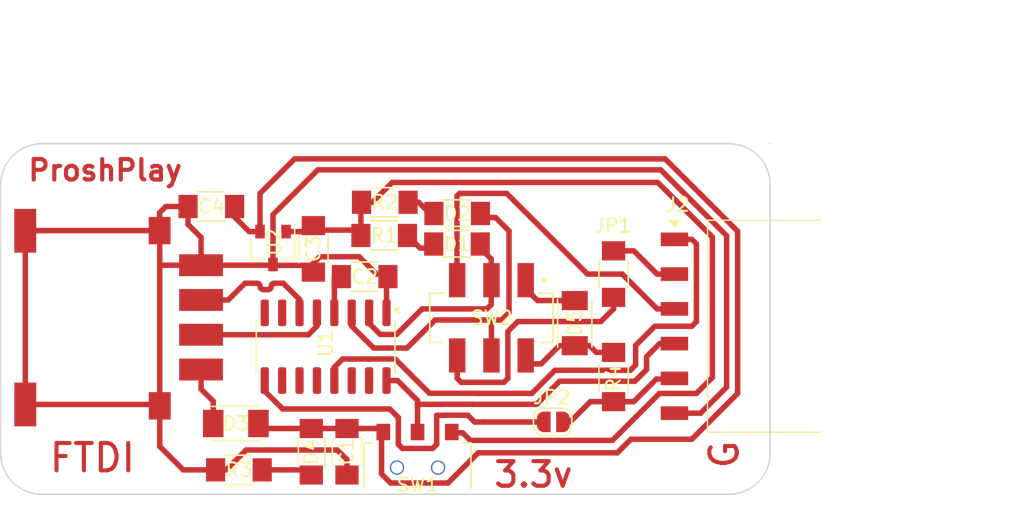
<source format=kicad_pcb>
(kicad_pcb (version 20241229) (generator "pcbnew") (generator_version "9.0")
  (layers (0 "F.Cu" signal) (2 "B.Cu" signal) (13 "F.Paste" user) (15 "B.Paste" user) (5 "F.SilkS" user "F.Silkscreen") (7 "B.SilkS" user "B.Silkscreen") (1 "F.Mask" user) (3 "B.Mask" user) (25 "Edge.Cuts" user))
  (net 0 "")
  (net 1 "+5V")
  (net 2 "GND")
  (net 3 "TX")
  (net 4 "Net-(D1-A)")
  (net 5 "Net-(D2-A)")
  (net 6 "RX")
  (net 7 "VBUS")
  (net 8 "DTR")
  (net 9 "CTS")
  (net 10 "VCC")
  (net 11 "+3V3")
  (net 15 "D+")
  (net 18 "D-")
  (net 21 "Net-(D4-K)")
  (net 22 "Net-(D5-A)")
  (net 23 "Net-(D5-K)")
  (net 24 "UPDI")
  (net 25 "T-RX")
  (net 26 "T-TX")
  (net 27 "Net-(U1-V3)")
  (net 28 "Net-(JP1-B)")
  (footprint "fab:PinSocket_1x06_P2.54mm_Horizontal_SMD" (layer "F.Cu") (at 161.354148 90.175605)
    (property "Reference" "J2" (at 1.19 -2.54 0) (layer "F.SilkS") (effects (justify right)))
    (property "Value" "Conn_PinSocket_FTDI_1x06_P2.54mm_Horizontal_SMD")
    (fp_line (start 2.413 -1.397) (end 2.413 14.097) (stroke (width 0.1)) (layer "F.SilkS"))
    (fp_line (start 2.413 14.097) (end 10.668 14.097) (stroke (width 0.1)) (layer "F.SilkS"))
    (fp_line (start 10.668 -1.397) (end 2.413 -1.397) (stroke (width 0.1)) (layer "F.SilkS"))
    (fp_poly (pts (xy 0 -0.889) (xy -0.381 -1.397) (xy 0.381 -1.397)) (stroke (width 0.1)) (fill yes) (layer "F.SilkS"))
    (pad "1" smd rect (at 0 0) (size 2 1) (layers "F.Cu" "F.Mask" "F.Paste") (net 8 "DTR"))
    (pad "2" smd rect (at 0 2.54) (size 2 1) (layers "F.Cu" "F.Mask" "F.Paste") (net 28 "Net-(JP1-B)"))
    (pad "3" smd rect (at 0 5.08) (size 2 1) (layers "F.Cu" "F.Mask" "F.Paste") (net 26 "T-TX"))
    (pad "4" smd rect (at 0 7.62) (size 2 1) (layers "F.Cu" "F.Mask" "F.Paste") (net 10 "VCC"))
    (pad "5" smd rect (at 0 10.16) (size 2 1) (layers "F.Cu" "F.Mask" "F.Paste") (net 24 "UPDI"))
    (pad "6" smd rect (at 0 12.7) (size 2 1) (layers "F.Cu" "F.Mask" "F.Paste") (net 2 "GND"))
  )
  (footprint "fab:C_1206" (layer "F.Cu") (at 137.449528 105.697945 -90)
    (property "Reference" "C1" (at 0 0 90) (layer "F.SilkS"))
    (property "Value" "100nF")
    (fp_line (start 1 1.07) (end -1 1.07) (stroke (width 0.12)) (layer "F.SilkS"))
    (fp_line (start -1 -1.07) (end 1 -1.07) (stroke (width 0.12)) (layer "F.SilkS"))
    (pad "1" smd rect (at -1.7 0 270) (size 1.4 1.7) (layers "F.Cu" "F.Mask" "F.Paste") (net 1 "+5V"))
    (pad "2" smd rect (at 1.7 0 270) (size 1.4 1.7) (layers "F.Cu" "F.Mask" "F.Paste") (net 2 "GND"))
  )
  (footprint "fab:C_1206" (layer "F.Cu") (at 138.736467 92.899194)
    (property "Reference" "C2" (at 0 0 0) (layer "F.SilkS"))
    (property "Value" "10nF")
    (fp_line (start -1 -1.07) (end 1 -1.07) (stroke (width 0.12)) (layer "F.SilkS"))
    (fp_line (start 1 1.07) (end -1 1.07) (stroke (width 0.12)) (layer "F.SilkS"))
    (pad "1" smd rect (at -1.7 0) (size 1.4 1.7) (layers "F.Cu" "F.Mask" "F.Paste") (net 27 "Net-(U1-V3)"))
    (pad "2" smd rect (at 1.7 0) (size 1.4 1.7) (layers "F.Cu" "F.Mask" "F.Paste") (net 2 "GND"))
  )
  (footprint "fab:R_1206" (layer "F.Cu") (at 129.558966 107.01928 180)
    (property "Reference" "R3" (at 0 0 0) (layer "F.SilkS"))
    (property "Value" "R_1206")
    (fp_line (start 1 1.07) (end -1 1.07) (stroke (width 0.12)) (layer "F.SilkS"))
    (fp_line (start -1 -1.07) (end 1 -1.07) (stroke (width 0.12)) (layer "F.SilkS"))
    (pad "1" smd rect (at -1.7 0 180) (size 1.4 1.7) (layers "F.Cu" "F.Mask" "F.Paste") (net 21 "Net-(D4-K)"))
    (pad "2" smd rect (at 1.7 0 180) (size 1.4 1.7) (layers "F.Cu" "F.Mask" "F.Paste") (net 2 "GND"))
  )
  (footprint "fab:R_1206" (layer "F.Cu") (at 140.164115 89.889293)
    (property "Reference" "R1" (at 0 0 0) (layer "F.SilkS"))
    (property "Value" "1k")
    (fp_line (start -1 -1.07) (end 1 -1.07) (stroke (width 0.12)) (layer "F.SilkS"))
    (fp_line (start 1 1.07) (end -1 1.07) (stroke (width 0.12)) (layer "F.SilkS"))
    (pad "1" smd rect (at -1.7 0) (size 1.4 1.7) (layers "F.Cu" "F.Mask" "F.Paste") (net 11 "+3V3"))
    (pad "2" smd rect (at 1.7 0) (size 1.4 1.7) (layers "F.Cu" "F.Mask" "F.Paste") (net 4 "Net-(D1-A)"))
  )
  (footprint "fab:SW_JS202011SCQN" (layer "F.Cu") (at 147.99359 95.908767 180)
    (property "Reference" "SW2" (at 0 0 0) (layer "F.SilkS"))
    (property "Value" "SW_Slide_DPDT")
    (fp_line (start 4.5 1.8) (end 4.5 -1.8) (stroke (width 0.127)) (layer "F.SilkS"))
    (fp_line (start 4.5 -1.8) (end 3.42 -1.8) (stroke (width 0.127)) (layer "F.SilkS"))
    (fp_line (start 3.42 1.8) (end 4.5 1.8) (stroke (width 0.127)) (layer "F.SilkS"))
    (fp_line (start -3.42 -1.8) (end -4.5 -1.8) (stroke (width 0.127)) (layer "F.SilkS"))
    (fp_line (start -4.5 1.8) (end -3.42 1.8) (stroke (width 0.127)) (layer "F.SilkS"))
    (fp_line (start -4.5 -1.8) (end -4.5 1.8) (stroke (width 0.127)) (layer "F.SilkS"))
    (fp_circle (center -3.84 2.75) (end -3.74 2.75) (stroke (width 0.2)) (fill no) (layer "F.SilkS"))
    (pad "1" smd rect (at -2.5 2.75 180) (size 1.2 2.5) (layers "F.Cu" "F.Mask" "F.Paste") (net 23 "Net-(D5-K)"))
    (pad "2" smd rect (at 0 2.75 180) (size 1.2 2.5) (layers "F.Cu" "F.Mask" "F.Paste") (net 3 "TX"))
    (pad "3" smd rect (at 2.5 2.75 180) (size 1.2 2.5) (layers "F.Cu" "F.Mask" "F.Paste") (net 26 "T-TX"))
    (pad "4" smd rect (at 2.5 -2.75 180) (size 1.2 2.5) (layers "F.Cu" "F.Mask" "F.Paste") (net 25 "T-RX"))
    (pad "5" smd rect (at 0 -2.75 180) (size 1.2 2.5) (layers "F.Cu" "F.Mask" "F.Paste") (net 6 "RX"))
    (pad "6" smd rect (at -2.5 -2.75 180) (size 1.2 2.5) (layers "F.Cu" "F.Mask" "F.Paste") (net 22 "Net-(D5-A)"))
  )
  (footprint "fab:Diode_Schottky_MiniSMA" (layer "F.Cu") (at 154.07579 96.298133 -90)
    (property "Reference" "D5" (at 0 0 90) (layer "F.SilkS"))
    (property "Value" "Diode_Schottky_MiniSMA")
    (fp_line (start -1.75 1.25) (end 1.75 1.25) (stroke (width 0.12)) (layer "F.SilkS"))
    (fp_line (start -1.75 -1.25) (end 1.75 -1.25) (stroke (width 0.12)) (layer "F.SilkS"))
    (pad "1" smd rect (at -1.65 0 270) (size 1.4 1.9) (layers "F.Cu" "F.Mask" "F.Paste") (net 23 "Net-(D5-K)"))
    (pad "2" smd rect (at 1.65 0 270) (size 1.4 1.9) (layers "F.Cu" "F.Mask" "F.Paste") (net 22 "Net-(D5-A)"))
  )
  (footprint "ProshPlay:ProshPlay-Type-C-breakout-board" (layer "F.Cu") (at 126.782591 95.890605 90)
    (property "Reference" "J1" (hide yes))
    (property "Value" "USB_Type-C_Breakout")
    (pad "1" smd rect (at -3.795 0.0125 180) (size 3.2 1.6) (layers "F.Cu" "F.Mask" "F.Paste") (net 7 "VBUS"))
    (pad "2" smd rect (at -1.255 0.0125 180) (size 3.2 1.6) (layers "F.Cu" "F.Mask" "F.Paste") (net 15 "D+"))
    (pad "3" smd rect (at 1.285 0.0125 180) (size 3.2 1.6) (layers "F.Cu" "F.Mask" "F.Paste") (net 18 "D-"))
    (pad "4" smd rect (at 3.825 0.0125 180) (size 3.2 1.6) (layers "F.Cu" "F.Mask" "F.Paste") (net 2 "GND"))
    (pad "5" smd rect (at -6.451697 -3.000377 270) (size 2 1.6) (layers "F.Cu" "F.Mask" "F.Paste") (net 2 "GND"))
    (pad "5" smd rect (at -6.348798 -12.81774 270) (size 3.2 1.6) (layers "F.Cu" "F.Mask" "F.Paste") (net 2 "GND"))
    (pad "5" smd rect (at 6.340966 -12.821565 270) (size 3.2 1.6) (layers "F.Cu" "F.Mask" "F.Paste") (net 2 "GND"))
    (pad "5" smd rect (at 6.351806 -3.01 270) (size 2 1.6) (layers "F.Cu" "F.Mask" "F.Paste") (net 2 "GND"))
  )
  (footprint "fab:SOT-23-3" (layer "F.Cu") (at 132.047631 90.810605 -90)
    (property "Reference" "U2" (at -0.422453 -0.096517 90) (layer "F.SilkS"))
    (property "Value" "Regulator_Linear_3.3V_100mA_TexasInstruments")
    (fp_line (start 0.76 1.58) (end -0.7 1.58) (stroke (width 0.12)) (layer "F.SilkS"))
    (fp_line (start 0.76 1.58) (end 0.76 0.65) (stroke (width 0.12)) (layer "F.SilkS"))
    (fp_line (start 0.76 -1.58) (end 0.76 -0.65) (stroke (width 0.12)) (layer "F.SilkS"))
    (fp_line (start 0.76 -1.58) (end -1.4 -1.58) (stroke (width 0.12)) (layer "F.SilkS"))
    (pad "1" smd rect (at -1.2 -0.95 270) (size 1 0.7) (layers "F.Cu" "F.Mask" "F.Paste") (net 11 "+3V3"))
    (pad "2" smd rect (at -1.2 0.95 270) (size 1 0.7) (layers "F.Cu" "F.Mask" "F.Paste") (net 1 "+5V"))
    (pad "3" smd rect (at 1.2 0 270) (size 1 0.7) (layers "F.Cu" "F.Mask" "F.Paste") (net 2 "GND"))
  )
  (footprint "fab:LED_1206" (layer "F.Cu") (at 145.479148 90.51695 180)
    (property "Reference" "D1" (at 0 0 0) (layer "F.SilkS"))
    (property "Value" "Yellow")
    (fp_line (start -1.1 1) (end 1.1 1) (stroke (width 0.12)) (layer "F.SilkS"))
    (fp_line (start -1.1 -0.95) (end 1.1 -0.95) (stroke (width 0.12)) (layer "F.SilkS"))
    (pad "1" smd rect (at -1.7 0 180) (size 1.4 1.7) (layers "F.Cu" "F.Mask" "F.Paste") (net 3 "TX"))
    (pad "2" smd rect (at 1.7 0 180) (size 1.4 1.7) (layers "F.Cu" "F.Mask" "F.Paste") (net 4 "Net-(D1-A)"))
  )
  (footprint "fab:SOD-123T" (layer "F.Cu") (at 129.334641 103.632261 180)
    (property "Reference" "D3" (at 0 0 0) (layer "F.SilkS"))
    (property "Value" "Diode_Schottky_MiniSMA")
    (fp_line (start -1.75 1.25) (end 1.75 1.25) (stroke (width 0.12)) (layer "F.SilkS"))
    (fp_line (start -1.75 -1.25) (end 1.75 -1.25) (stroke (width 0.12)) (layer "F.SilkS"))
    (pad "1" smd rect (at -1.65 0 180) (size 1.5 2) (layers "F.Cu" "F.Mask" "F.Paste") (net 1 "+5V"))
    (pad "2" smd rect (at 1.65 0 180) (size 1.5 2) (layers "F.Cu" "F.Mask" "F.Paste") (net 7 "VBUS"))
  )
  (footprint "fab:R_1206" (layer "F.Cu") (at 140.208163 87.466645)
    (property "Reference" "R2" (at 0 0 0) (layer "F.SilkS"))
    (property "Value" "1k")
    (fp_line (start -1 -1.07) (end 1 -1.07) (stroke (width 0.12)) (layer "F.SilkS"))
    (fp_line (start 1 1.07) (end -1 1.07) (stroke (width 0.12)) (layer "F.SilkS"))
    (pad "1" smd rect (at -1.7 0) (size 1.4 1.7) (layers "F.Cu" "F.Mask" "F.Paste") (net 11 "+3V3"))
    (pad "2" smd rect (at 1.7 0) (size 1.4 1.7) (layers "F.Cu" "F.Mask" "F.Paste") (net 5 "Net-(D2-A)"))
  )
  (footprint "fab:Switch_Slide_RightAngle_CnK_AYZ0102AGRLC_7.2x3mm" (layer "F.Cu") (at 142.597802 106.854511)
    (property "Reference" "SW1" (at 0 1.27 0) (layer "F.SilkS"))
    (property "Value" "Switch_Slide_RightAngle_CnK")
    (fp_line (start -3.9 -1.8) (end -3.9 1.5) (stroke (width 0.12)) (layer "F.SilkS"))
    (fp_line (start -3.9 -1.8) (end -3.3 -1.8) (stroke (width 0.12)) (layer "F.SilkS"))
    (fp_line (start 3.9 -1.8) (end 3.3 -1.8) (stroke (width 0.12)) (layer "F.SilkS"))
    (fp_line (start 3.9 1.5) (end 3.9 -1.8) (stroke (width 0.12)) (layer "F.SilkS"))
    (pad "" thru_hole circle (at -1.5 0 90) (size 1.05 1.05) (drill 0.85) (layers "*.Cu" "*.Mask"))
    (pad "" thru_hole circle (at 1.5 0) (size 1.05 1.05) (drill 0.85) (layers "*.Cu" "*.Mask"))
    (pad "1" smd rect (at -2.5 -2.6) (size 1 1.2) (layers "F.Cu" "F.Mask" "F.Paste") (net 1 "+5V"))
    (pad "2" smd rect (at 0 -2.6) (size 1 1.2) (layers "F.Cu" "F.Mask" "F.Paste") (net 10 "VCC"))
    (pad "3" smd rect (at 2.5 -2.6) (size 1 1.2) (layers "F.Cu" "F.Mask" "F.Paste") (net 11 "+3V3"))
  )
  (footprint "fab:C_1206" (layer "F.Cu") (at 127.545034 87.774927 180)
    (property "Reference" "C4" (at 0 0 0) (layer "F.SilkS"))
    (property "Value" "100nF")
    (fp_line (start 1 1.07) (end -1 1.07) (stroke (width 0.12)) (layer "F.SilkS"))
    (fp_line (start -1 -1.07) (end 1 -1.07) (stroke (width 0.12)) (layer "F.SilkS"))
    (pad "1" smd rect (at -1.7 0 180) (size 1.4 1.7) (layers "F.Cu" "F.Mask" "F.Paste") (net 1 "+5V"))
    (pad "2" smd rect (at 1.7 0 180) (size 1.4 1.7) (layers "F.Cu" "F.Mask" "F.Paste") (net 2 "GND"))
  )
  (footprint "fab:Jumper_1206" (layer "F.Cu") (at 156.909148 92.715605 90)
    (property "Reference" "JP1" (at 3.538336 -0.038253 180) (layer "F.SilkS"))
    (property "Value" "Jumper_1206")
    (fp_line (start -1 -1.07) (end 1 -1.07) (stroke (width 0.12)) (layer "F.SilkS"))
    (fp_line (start 1 1.07) (end -1 1.07) (stroke (width 0.12)) (layer "F.SilkS"))
    (pad "1" smd rect (at -1.7 0 90) (size 1.4 1.7) (layers "F.Cu" "F.Mask" "F.Paste") (net 25 "T-RX"))
    (pad "2" smd rect (at 1.7 0 90) (size 1.4 1.7) (layers "F.Cu" "F.Mask" "F.Paste") (net 28 "Net-(JP1-B)"))
  )
  (footprint "fab:LED_1206" (layer "F.Cu") (at 134.844304 105.697945 90)
    (property "Reference" "D4" (at 0 0 90) (layer "F.SilkS"))
    (property "Value" "RED")
    (fp_line (start -1.1 -0.95) (end 1.1 -0.95) (stroke (width 0.12)) (layer "F.SilkS"))
    (fp_line (start -1.1 1) (end 1.1 1) (stroke (width 0.12)) (layer "F.SilkS"))
    (pad "1" smd rect (at -1.7 0 90) (size 1.4 1.7) (layers "F.Cu" "F.Mask" "F.Paste") (net 21 "Net-(D4-K)"))
    (pad "2" smd rect (at 1.7 0 90) (size 1.4 1.7) (layers "F.Cu" "F.Mask" "F.Paste") (net 1 "+5V"))
  )
  (footprint "fab:R_1206" (layer "F.Cu") (at 156.909148 100.335605 -90)
    (property "Reference" "R4" (at 0 0 90) (layer "F.SilkS"))
    (property "Value" "499 Ohm")
    (fp_line (start 1 1.07) (end -1 1.07) (stroke (width 0.12)) (layer "F.SilkS"))
    (fp_line (start -1 -1.07) (end 1 -1.07) (stroke (width 0.12)) (layer "F.SilkS"))
    (pad "1" smd rect (at -1.9 0 270) (size 1.4 1.7) (layers "F.Cu" "F.Mask" "F.Paste") (net 22 "Net-(D5-A)"))
    (pad "2" smd rect (at 1.7 0 270) (size 1.4 1.7) (layers "F.Cu" "F.Mask" "F.Paste") (net 24 "UPDI"))
  )
  (footprint "Package_SO:SOIC-16_3.9x9.9mm_P1.27mm" (layer "F.Cu") (at 135.89 98.020001 -90)
    (property "Reference" "U1" (at -0.224396 0 90) (layer "F.SilkS"))
    (property "Value" "CH340C")
    (fp_line (start 0 5.06) (end -1.95 5.06) (stroke (width 0.12)) (layer "F.SilkS"))
    (fp_line (start 0 5.06) (end 1.95 5.06) (stroke (width 0.12)) (layer "F.SilkS"))
    (fp_line (start 0 -5.06) (end -1.95 -5.06) (stroke (width 0.12)) (layer "F.SilkS"))
    (fp_line (start 0 -5.06) (end 1.95 -5.06) (stroke (width 0.12)) (layer "F.SilkS"))
    (fp_poly (pts (xy -2.7 -5.005) (xy -2.94 -5.335) (xy -2.46 -5.335) (xy -2.7 -5.005)) (stroke (width 0.12)) (fill yes) (layer "F.SilkS"))
    (pad "1" smd roundrect (at -2.475 -4.445 270) (size 1.95 0.6) (layers "F.Cu" "F.Mask" "F.Paste") (net 2 "GND"))
    (pad "2" smd roundrect (at -2.475 -3.175 270) (size 1.95 0.6) (layers "F.Cu" "F.Mask" "F.Paste") (net 3 "TX"))
    (pad "3" smd roundrect (at -2.475 -1.905 270) (size 1.95 0.6) (layers "F.Cu" "F.Mask" "F.Paste") (net 6 "RX"))
    (pad "4" smd roundrect (at -2.475 -0.635 270) (size 1.95 0.6) (layers "F.Cu" "F.Mask" "F.Paste") (net 27 "Net-(U1-V3)"))
    (pad "5" smd roundrect (at -2.475 0.635 270) (size 1.95 0.6) (layers "F.Cu" "F.Mask" "F.Paste") (net 15 "D+"))
    (pad "6" smd roundrect (at -2.475 1.905 270) (size 1.95 0.6) (layers "F.Cu" "F.Mask" "F.Paste") (net 18 "D-"))
    (pad "7" smd roundrect (at -2.475 3.175 270) (size 1.95 0.6) (layers "F.Cu" "F.Mask" "F.Paste"))
    (pad "8" smd roundrect (at -2.475 4.445 270) (size 1.95 0.6) (layers "F.Cu" "F.Mask" "F.Paste"))
    (pad "9" smd roundrect (at 2.475 4.445 270) (size 1.95 0.6) (layers "F.Cu" "F.Mask" "F.Paste") (net 9 "CTS"))
    (pad "10" smd roundrect (at 2.475 3.175 270) (size 1.95 0.6) (layers "F.Cu" "F.Mask" "F.Paste"))
    (pad "11" smd roundrect (at 2.475 1.905 270) (size 1.95 0.6) (layers "F.Cu" "F.Mask" "F.Paste"))
    (pad "12" smd roundrect (at 2.475 0.635 270) (size 1.95 0.6) (layers "F.Cu" "F.Mask" "F.Paste"))
    (pad "13" smd roundrect (at 2.475 -0.635 270) (size 1.95 0.6) (layers "F.Cu" "F.Mask" "F.Paste") (net 8 "DTR"))
    (pad "14" smd roundrect (at 2.475 -1.905 270) (size 1.95 0.6) (layers "F.Cu" "F.Mask" "F.Paste"))
    (pad "15" smd roundrect (at 2.475 -3.175 270) (size 1.95 0.6) (layers "F.Cu" "F.Mask" "F.Paste"))
    (pad "16" smd roundrect (at 2.475 -4.445 270) (size 1.95 0.6) (layers "F.Cu" "F.Mask" "F.Paste") (net 10 "VCC"))
  )
  (footprint "Jumper:SolderJumper-2_P1.3mm_Open_RoundedPad1.0x1.5mm" (layer "F.Cu") (at 152.464148 103.510605)
    (property "Reference" "JP2" (at -0.064148 -1.8 0) (layer "F.SilkS"))
    (property "Value" "SolderJumper_2_Open")
    (fp_line (start -1.4 0.3) (end -1.4 -0.3) (stroke (width 0.12)) (layer "F.SilkS"))
    (fp_line (start -0.7 -1) (end 0.7 -1) (stroke (width 0.12)) (layer "F.SilkS"))
    (fp_line (start 0.7 1) (end -0.7 1) (stroke (width 0.12)) (layer "F.SilkS"))
    (fp_line (start 1.4 -0.3) (end 1.4 0.3) (stroke (width 0.12)) (layer "F.SilkS"))
    (fp_arc (start -1.4 -0.3) (mid -1.194975 -0.794975) (end -0.7 -1) (stroke (width 0.12)) (layer "F.SilkS"))
    (fp_arc (start -0.7 1) (mid -1.194975 0.794975) (end -1.4 0.3) (stroke (width 0.12)) (layer "F.SilkS"))
    (fp_arc (start 0.7 -1) (mid 1.194975 -0.794975) (end 1.4 -0.3) (stroke (width 0.12)) (layer "F.SilkS"))
    (fp_arc (start 1.4 0.3) (mid 1.194975 0.794975) (end 0.7 1) (stroke (width 0.12)) (layer "F.SilkS"))
    (pad "1" smd custom (at -0.65 0) (size 1 0.5) (layers "F.Cu" "F.Mask") (net 9 "CTS") (options (clearance outline) (anchor rect)) (primitives (gr_circle (center 0 0.25) (end 0.5 0.25) (width 0) (fill yes)) (gr_circle (center 0 -0.25) (end 0.5 -0.25) (width 0) (fill yes)) (gr_poly (pts (xy 0.5 0.75) (xy 0 0.75) (xy 0 -0.75) (xy 0.5 -0.75)) (width 0) (fill yes))))
    (pad "2" smd custom (at 0.75 0) (size 1 0.5) (layers "F.Cu" "F.Mask") (net 24 "UPDI") (options (clearance outline) (anchor rect)) (primitives (gr_circle (center 0 0.25) (end 0.5 0.25) (width 0) (fill yes)) (gr_circle (center 0 -0.25) (end 0.5 -0.25) (width 0) (fill yes)) (gr_poly (pts (xy 0 0.75) (xy -0.5 0.75) (xy -0.5 -0.75) (xy 0 -0.75)) (width 0) (fill yes))))
  )
  (footprint "fab:C_1206" (layer "F.Cu") (at 134.996347 90.87287 -90)
    (property "Reference" "C3" (at 0 0 90) (layer "F.SilkS"))
    (property "Value" "100nF")
    (fp_line (start 1 1.07) (end -1 1.07) (stroke (width 0.12)) (layer "F.SilkS"))
    (fp_line (start -1 -1.07) (end 1 -1.07) (stroke (width 0.12)) (layer "F.SilkS"))
    (pad "1" smd rect (at -1.7 0 270) (size 1.4 1.7) (layers "F.Cu" "F.Mask" "F.Paste") (net 11 "+3V3"))
    (pad "2" smd rect (at 1.7 0 270) (size 1.4 1.7) (layers "F.Cu" "F.Mask" "F.Paste") (net 2 "GND"))
  )
  (footprint "fab:LED_1206" (layer "F.Cu") (at 145.493611 88.285287 180)
    (property "Reference" "D2" (at 0 0 0) (layer "F.SilkS"))
    (property "Value" "Green")
    (fp_line (start -1.1 1) (end 1.1 1) (stroke (width 0.12)) (layer "F.SilkS"))
    (fp_line (start -1.1 -0.95) (end 1.1 -0.95) (stroke (width 0.12)) (layer "F.SilkS"))
    (pad "1" smd rect (at -1.7 0 180) (size 1.4 1.7) (layers "F.Cu" "F.Mask" "F.Paste") (net 6 "RX"))
    (pad "2" smd rect (at 1.7 0 180) (size 1.4 1.7) (layers "F.Cu" "F.Mask" "F.Paste") (net 5 "Net-(D2-A)"))
  )
  (gr_arc (start 112.168252 86.190605) (mid 113.046932 84.069285) (end 115.168252 83.190605) (stroke (width 0.1)) (layer "Edge.Cuts"))
  (gr_arc (start 165.339148 83.190605) (mid 167.460468 84.069285) (end 168.339148 86.190605) (stroke (width 0.1)) (layer "Edge.Cuts"))
  (gr_arc (start 115.168252 108.801303) (mid 113.046932 107.922623) (end 112.168252 105.801303) (stroke (width 0.1)) (layer "Edge.Cuts"))
  (gr_line (start 165.339148 108.801303) (end 115.168252 108.801303) (stroke (width 0.1)) (layer "Edge.Cuts"))
  (gr_arc (start 168.339148 105.801303) (mid 167.460469 107.922625) (end 165.339148 108.801303) (stroke (width 0.1)) (layer "Edge.Cuts"))
  (gr_line (start 168.339148 83.190605) (end 168.339148 83.190605) (stroke (width 0.1)) (layer "Edge.Cuts"))
  (gr_line (start 115.168252 83.190605) (end 165.339148 83.190605) (stroke (width 0.1)) (layer "Edge.Cuts"))
  (gr_line (start 112.168252 105.801303) (end 112.168252 86.190605) (stroke (width 0.1)) (layer "Edge.Cuts"))
  (gr_line (start 168.339148 86.190605) (end 168.339148 105.801303) (stroke (width 0.1)) (layer "Edge.Cuts"))
  (gr_text "G\n" (at 166.162791 107.093133 90) (layer "F.Cu") (effects (font (size 2 2) (thickness 0.3) (bold yes)) (justify left bottom)))
  (gr_text "3.3v" (at 148.027263 108.416566 0) (layer "F.Cu") (effects (font (size 1.8 1.8) (thickness 0.3) (bold yes)) (justify left bottom)))
  (gr_text "ProshPlay\n" (at 114.026245 86.004673 0) (layer "F.Cu") (effects (font (size 1.5 1.5) (thickness 0.3) (bold yes)) (justify left bottom)))
  (gr_text "FTDI" (at 115.57 107.315 0) (layer "F.Cu") (effects (font (size 2 2) (thickness 0.3) (bold yes)) (justify left bottom)))
  (segment (start 129.245034 88.546491) (end 130.309148 89.610605) (width 0.4) (layer "F.Cu") (net 1))
  (segment (start 147.661543 105.77321) (end 147.598991 105.77321) (width 0.4) (layer "F.Cu") (net 1))
  (segment (start 139.971802 107.320916) (end 139.971802 104.380511) (width 0.4) (layer "F.Cu") (net 1))
  (segment (start 165.965148 101.439605) (end 162.624148 104.780605) (width 0.4) (layer "F.Cu") (net 1))
  (segment (start 144.819242 107.980511) (end 140.631397 107.980511) (width 0.4) (layer "F.Cu") (net 1))
  (segment (start 147.026543 105.77321) (end 144.819242 107.980511) (width 0.4) (layer "F.Cu") (net 1))
  (segment (start 134.844304 103.997945) (end 131.350325 103.997945) (width 0.4) (layer "F.Cu") (net 1))
  (segment (start 131.097631 89.610605) (end 131.097631 86.821321) (width 0.4) (layer "F.Cu") (net 1))
  (segment (start 162.624148 104.780605) (end 158.179148 104.780605) (width 0.4) (layer "F.Cu") (net 1))
  (segment (start 130.309148 89.610605) (end 131.097631 89.610605) (width 0.4) (layer "F.Cu") (net 1))
  (segment (start 139.971802 104.380511) (end 140.097802 104.254511) (width 0.4) (layer "F.Cu") (net 1))
  (segment (start 131.097631 86.821321) (end 133.624347 84.294605) (width 0.4) (layer "F.Cu") (net 1))
  (segment (start 140.631397 107.980511) (end 139.971802 107.320916) (width 0.4) (layer "F.Cu") (net 1))
  (segment (start 139.841236 103.997945) (end 140.097802 104.254511) (width 0.4) (layer "F.Cu") (net 1))
  (segment (start 133.624347 84.294605) (end 160.677587 84.294605) (width 0.4) (layer "F.Cu") (net 1))
  (segment (start 131.350325 103.997945) (end 130.984641 103.632261) (width 0.4) (layer "F.Cu") (net 1))
  (segment (start 160.677587 84.294605) (end 165.965148 89.582166) (width 0.4) (layer "F.Cu") (net 1))
  (segment (start 129.245034 87.774927) (end 129.245034 88.546491) (width 0.4) (layer "F.Cu") (net 1))
  (segment (start 147.661543 105.77321) (end 147.026543 105.77321) (width 0.4) (layer "F.Cu") (net 1))
  (segment (start 137.449528 103.997945) (end 139.841236 103.997945) (width 0.4) (layer "F.Cu") (net 1))
  (segment (start 158.179148 104.780605) (end 157.186543 105.77321) (width 0.4) (layer "F.Cu") (net 1))
  (segment (start 165.965148 89.582166) (end 165.965148 101.439605) (width 0.4) (layer "F.Cu") (net 1))
  (segment (start 137.449528 103.997945) (end 134.844304 103.997945) (width 0.4) (layer "F.Cu") (net 1))
  (segment (start 140.203625 104.360334) (end 140.097802 104.254511) (width 0.4) (layer "F.Cu") (net 1))
  (segment (start 157.186543 105.77321) (end 147.661543 105.77321) (width 0.4) (layer "F.Cu") (net 1))
  (segment (start 132.047631 92.010605) (end 132.047631 88.367122) (width 0.4) (layer "F.Cu") (net 2))
  (segment (start 140.335 95.545001) (end 140.335 93.491457) (width 0.4) (layer "F.Cu") (net 2))
  (segment (start 123.772591 89.538799) (end 123.772591 88.229076) (width 0.4) (layer "F.Cu") (net 2))
  (segment (start 123.782214 89.548422) (end 123.772591 89.538799) (width 0.4) (layer "F.Cu") (net 2))
  (segment (start 128.635473 107.01928) (end 127.858966 107.01928) (width 0.4) (layer "F.Cu") (net 2))
  (segment (start 123.782214 92.080605) (end 123.782214 89.548422) (width 0.4) (layer "F.Cu") (net 2))
  (segment (start 126.795091 92.065605) (end 131.992631 92.065605) (width 0.4) (layer "F.Cu") (net 2))
  (segment (start 113.964851 89.553464) (end 113.961026 89.549639) (width 0.4) (layer "F.Cu") (net 2))
  (segment (start 132.113879 92.076853) (end 134.50033 92.076853) (width 0.4) (layer "F.Cu") (net 2))
  (segment (start 140.436467 92.899194) (end 140.252878 92.715605) (width 0.4) (layer "F.Cu") (net 2))
  (segment (start 132.047631 92.010605) (end 132.113879 92.076853) (width 0.4) (layer "F.Cu") (net 2))
  (segment (start 134.888455 92.019372) (end 134.888455 92.464978) (width 0.4) (layer "F.Cu") (net 2))
  (segment (start 126.795091 90.033577) (end 126.795091 92.065605) (width 0.4) (layer "F.Cu") (net 2))
  (segment (start 113.964851 102.239403) (end 123.679315 102.239403) (width 0.4) (layer "F.Cu") (net 2))
  (segment (start 125.845034 89.08352) (end 126.795091 90.033577) (width 0.4) (layer "F.Cu") (net 2))
  (segment (start 134.888455 92.464978) (end 134.996347 92.57287) (width 0.4) (layer "F.Cu") (net 2))
  (segment (start 163.259148 102.875605) (end 161.354148 102.875605) (width 0.4) (layer "F.Cu") (net 2))
  (segment (start 137.449528 107.397945) (end 137.449528 106.275985) (width 0.4) (layer "F.Cu") (net 2))
  (segment (start 125.845034 87.774927) (end 125.845034 89.08352) (width 0.4) (layer "F.Cu") (net 2))
  (segment (start 135.319148 85.095605) (end 160.345801 85.095605) (width 0.4) (layer "F.Cu") (net 2))
  (segment (start 131.992631 92.065605) (end 132.047631 92.010605) (width 0.4) (layer "F.Cu") (net 2))
  (segment (start 123.797214 92.065605) (end 123.782214 92.080605) (width 0.4) (layer "F.Cu") (net 2))
  (segment (start 140.252878 92.715605) (end 139.610033 92.715605) (width 0.4) (layer "F.Cu") (net 2))
  (segment (start 140.335 93.491457) (end 140.430322 93.396135) (width 0.4) (layer "F.Cu") (net 2))
  (segment (start 160.345801 85.095605) (end 165.164148 89.913952) (width 0.4) (layer "F.Cu") (net 2))
  (segment (start 140.430322 93.396135) (end 140.430322 92.905339) (width 0.4) (layer "F.Cu") (net 2))
  (segment (start 165.164148 89.913952) (end 165.164148 100.970605) (width 0.4) (layer "F.Cu") (net 2))
  (segment (start 123.679315 102.239403) (end 123.782214 102.342302) (width 0.4) (layer "F.Cu") (net 2))
  (segment (start 113.971866 89.538799) (end 113.961026 89.549639) (width 0.4) (layer "F.Cu") (net 2))
  (segment (start 123.772591 89.538799) (end 113.971866 89.538799) (width 0.4) (layer "F.Cu") (net 2))
  (segment (start 123.782214 102.342302) (end 123.782214 92.080605) (width 0.4) (layer "F.Cu") (net 2))
  (segment (start 137.449528 106.275985) (end 136.742823 105.56928) (width 0.4) (layer "F.Cu") (net 2))
  (segment (start 125.492823 107.01928) (end 123.782214 105.308671) (width 0.4) (layer "F.Cu") (net 2))
  (segment (start 123.782214 105.308671) (end 123.782214 102.342302) (width 0.4) (layer "F.Cu") (net 2))
  (segment (start 113.964851 102.239403) (end 113.964851 89.553464) (width 0.4) (layer "F.Cu") (net 2))
  (segment (start 136.742823 105.56928) (end 130.085473 105.56928) (width 0.4) (layer "F.Cu") (net 2))
  (segment (start 126.795091 92.065605) (end 123.797214 92.065605) (width 0.4) (layer "F.Cu") (net 2))
  (segment (start 123.772591 88.229076) (end 124.22674 87.774927) (width 0.4) (layer "F.Cu") (net 2))
  (segment (start 127.858966 107.01928) (end 125.492823 107.01928) (width 0.4) (layer "F.Cu") (net 2))
  (segment (start 135.459633 91.448194) (end 134.888455 92.019372) (width 0.4) (layer "F.Cu") (net 2))
  (segment (start 140.430322 92.905339) (end 140.436467 92.899194) (width 0.4) (layer "F.Cu") (net 2))
  (segment (start 124.22674 87.774927) (end 125.845034 87.774927) (width 0.4) (layer "F.Cu") (net 2))
  (segment (start 139.610033 92.715605) (end 138.342622 91.448194) (width 0.4) (layer "F.Cu") (net 2))
  (segment (start 165.164148 100.970605) (end 163.259148 102.875605) (width 0.4) (layer "F.Cu") (net 2))
  (segment (start 138.342622 91.448194) (end 135.459633 91.448194) (width 0.4) (layer "F.Cu") (net 2))
  (segment (start 130.085473 105.56928) (end 128.635473 107.01928) (width 0.4) (layer "F.Cu") (net 2))
  (segment (start 132.047631 88.367122) (end 135.319148 85.095605) (width 0.4) (layer "F.Cu") (net 2))
  (segment (start 134.50033 92.076853) (end 134.996347 92.57287) (width 0.4) (layer "F.Cu") (net 2))
  (segment (start 147.979148 93.294587) (end 147.99359 93.280145) (width 0.4) (layer "F.Cu") (net 3))
  (segment (start 147.99359 93.280145) (end 147.99359 93.158767) (width 0.4) (layer "F.Cu") (net 3))
  (segment (start 147.179148 90.810605) (end 147.179148 90.51695) (width 0.4) (layer "F.Cu") (net 3))
  (segment (start 142.939148 95.255605) (end 147.664261 95.255605) (width 0.4) (layer "F.Cu") (net 3))
  (segment (start 147.979148 94.940718) (end 147.979148 93.294587) (width 0.4) (layer "F.Cu") (net 3))
  (segment (start 139.065 95.545001) (end 139.065 96.316233) (width 0.4) (layer "F.Cu") (net 3))
  (segment (start 139.065 96.316233) (end 139.869768 97.121001) (width 0.4) (layer "F.Cu") (net 3))
  (segment (start 147.664261 95.255605) (end 147.979148 94.940718) (width 0.4) (layer "F.Cu") (net 3))
  (segment (start 147.99359 93.158767) (end 147.979148 93.144325) (width 0.4) (layer "F.Cu") (net 3))
  (segment (start 139.869768 97.121001) (end 141.073752 97.121001) (width 0.4) (layer "F.Cu") (net 3))
  (segment (start 147.979148 93.144325) (end 147.979148 91.610605) (width 0.4) (layer "F.Cu") (net 3))
  (segment (start 147.979148 91.610605) (end 147.179148 90.810605) (width 0.4) (layer "F.Cu") (net 3))
  (segment (start 141.073752 97.121001) (end 142.939148 95.255605) (width 0.4) (layer "F.Cu") (net 3))
  (segment (start 143.485493 90.810605) (end 142.785427 90.810605) (width 0.4) (layer "F.Cu") (net 4))
  (segment (start 143.779148 90.51695) (end 143.485493 90.810605) (width 0.4) (layer "F.Cu") (net 4))
  (segment (start 142.785427 90.810605) (end 141.864115 89.889293) (width 0.4) (layer "F.Cu") (net 4))
  (segment (start 143.499956 88.285287) (end 143.793611 88.285287) (width 0.4) (layer "F.Cu") (net 5))
  (segment (start 141.908163 87.466645) (end 142.681314 87.466645) (width 0.4) (layer "F.Cu") (net 5))
  (segment (start 142.681314 87.466645) (end 143.499956 88.285287) (width 0.4) (layer "F.Cu") (net 5))
  (segment (start 139.393001 98.118001) (end 140.399148 98.118001) (width 0.4) (layer "F.Cu") (net 6))
  (segment (start 147.99359 98.658767) (end 147.99359 96.092356) (width 0.4) (layer "F.Cu") (net 6))
  (segment (start 149.278148 89.563479) (end 148.293611 88.578942) (width 0.4) (layer "F.Cu") (net 6))
  (segment (start 143.881955 96.066798) (end 148.019148 96.066798) (width 0.4) (layer "F.Cu") (net 6))
  (segment (start 147.487266 88.578942) (end 147.193611 88.285287) (width 0.4) (layer "F.Cu") (net 6))
  (segment (start 137.795 96.52) (end 139.393001 98.118001) (width 0.4) (layer "F.Cu") (net 6))
  (segment (start 148.293611 88.578942) (end 147.487266 88.578942) (width 0.4) (layer "F.Cu") (net 6))
  (segment (start 141.830752 98.118001) (end 143.881955 96.066798) (width 0.4) (layer "F.Cu") (net 6))
  (segment (start 148.739955 96.066798) (end 149.278148 95.528605) (width 0.4) (layer "F.Cu") (net 6))
  (segment (start 148.019148 96.066798) (end 148.739955 96.066798) (width 0.4) (layer "F.Cu") (net 6))
  (segment (start 147.99359 96.092356) (end 148.019148 96.066798) (width 0.4) (layer "F.Cu") (net 6))
  (segment (start 149.278148 95.528605) (end 149.278148 89.563479) (width 0.4) (layer "F.Cu") (net 6))
  (segment (start 140.399148 98.118001) (end 141.830752 98.118001) (width 0.4) (layer "F.Cu") (net 6))
  (segment (start 137.795 95.545001) (end 137.795 96.52) (width 0.4) (layer "F.Cu") (net 6))
  (segment (start 126.795091 101.115854) (end 126.795091 99.685605) (width 0.4) (layer "F.Cu") (net 7))
  (segment (start 127.684641 102.005404) (end 126.795091 101.115854) (width 0.4) (layer "F.Cu") (net 7))
  (segment (start 127.684641 103.632261) (end 127.684641 102.005404) (width 0.4) (layer "F.Cu") (net 7))
  (segment (start 140.963349 98.919001) (end 139.061216 98.919001) (width 0.4) (layer "F.Cu") (net 8))
  (segment (start 143.468043 101.423695) (end 140.963349 98.919001) (width 0.4) (layer "F.Cu") (net 8))
  (segment (start 162.624148 96.525605) (end 159.922148 96.525605) (width 0.4) (layer "F.Cu") (net 8))
  (segment (start 139.061216 98.919001) (end 139.061215 98.919001) (width 0.4) (layer "F.Cu") (net 8))
  (segment (start 152.636076 99.741771) (end 150.949685 101.428162) (width 0.4) (layer "F.Cu") (net 8))
  (segment (start 146.932727 101.423695) (end 143.468043 101.423695) (width 0.4) (layer "F.Cu") (net 8))
  (segment (start 158.5198 99.359953) (end 158.137982 99.741771) (width 0.4) (layer "F.Cu") (net 8))
  (segment (start 158.137982 99.741771) (end 152.636076 99.741771) (width 0.4) (layer "F.Cu") (net 8))
  (segment (start 162.624148 90.175605) (end 162.955148 90.506605) (width 0.4) (layer "F.Cu") (net 8))
  (segment (start 161.354148 90.175605) (end 162.624148 90.175605) (width 0.4) (layer "F.Cu") (net 8))
  (segment (start 162.955148 96.194605) (end 162.624148 96.525605) (width 0.4) (layer "F.Cu") (net 8))
  (segment (start 150.949685 101.428162) (end 146.937194 101.428162) (width 0.4) (layer "F.Cu") (net 8))
  (segment (start 158.5198 97.927953) (end 158.5198 99.359953) (width 0.4) (layer "F.Cu") (net 8))
  (segment (start 137.126001 98.919001) (end 139.061216 98.919001) (width 0.4) (layer "F.Cu") (net 8))
  (segment (start 159.922148 96.525605) (end 158.5198 97.927953) (width 0.4) (layer "F.Cu") (net 8))
  (segment (start 146.937194 101.428162) (end 146.932727 101.423695) (width 0.4) (layer "F.Cu") (net 8))
  (segment (start 162.955148 90.506605) (end 162.955148 96.194605) (width 0.4) (layer "F.Cu") (net 8))
  (segment (start 136.525 100.495001) (end 136.525 99.520002) (width 0.4) (layer "F.Cu") (net 8))
  (segment (start 136.525 99.520002) (end 137.126001 98.919001) (width 0.4) (layer "F.Cu") (net 8))
  (segment (start 147.428677 103.521647) (end 146.765105 103.521647) (width 0.4) (layer "F.Cu") (net 9))
  (segment (start 146.738367 103.494907) (end 146.738365 103.494907) (width 0.4) (layer "F.Cu") (net 9))
  (segment (start 151.803108 103.521645) (end 151.121775 103.521645) (width 0.4) (layer "F.Cu") (net 9))
  (segment (start 143.698802 105.455511) (end 141.496802 105.455511) (width 0.4) (layer "F.Cu") (net 9))
  (segment (start 144.689187 103.030566) (end 143.996802 103.030566) (width 0.4) (layer "F.Cu") (net 9))
  (segment (start 151.121775 103.521645) (end 151.121773 103.521645) (width 0.4) (layer "F.Cu") (net 9))
  (segment (start 146.269155 103.025695) (end 144.694058 103.025695) (width 0.4) (layer "F.Cu") (net 9))
  (segment (start 146.765105 103.521647) (end 146.765105 103.521645) (width 0.4) (layer "F.Cu") (net 9))
  (segment (start 141.496802 105.455511) (end 141.198802 105.157511) (width 0.4) (layer "F.Cu") (net 9))
  (segment (start 144.694058 103.025695) (end 144.694059 103.025695) (width 0.4) (layer "F.Cu") (net 9))
  (segment (start 143.996802 103.030566) (end 143.996802 105.157511) (width 0.4) (layer "F.Cu") (net 9))
  (segment (start 147.428679 103.521645) (end 147.428677 103.521647) (width 0.4) (layer "F.Cu") (net 9))
  (segment (start 150.458203 103.521645) (end 147.428679 103.521645) (width 0.4) (layer "F.Cu") (net 9))
  (segment (start 143.996802 105.157511) (end 143.698802 105.455511) (width 0.4) (layer "F.Cu") (net 9))
  (segment (start 140.568651 102.570967) (end 132.749734 102.570967) (width 0.4) (layer "F.Cu") (net 9))
  (segment (start 141.198802 103.201118) (end 140.568651 102.570967) (width 0.4) (layer "F.Cu") (net 9))
  (segment (start 146.765105 103.521645) (end 146.738367 103.494907) (width 0.4) (layer "F.Cu") (net 9))
  (segment (start 144.694059 103.025695) (end 144.689187 103.030566) (width 0.4) (layer "F.Cu") (net 9))
  (segment (start 150.458203 103.521645) (end 150.458204 103.521646) (width 0.4) (layer "F.Cu") (net 9))
  (segment (start 141.198802 105.157511) (end 141.198802 103.201118) (width 0.4) (layer "F.Cu") (net 9))
  (segment (start 151.121773 103.521645) (end 150.458203 103.521645) (width 0.4) (layer "F.Cu") (net 9))
  (segment (start 132.749734 102.570967) (end 131.445 101.266233) (width 0.4) (layer "F.Cu") (net 9))
  (segment (start 131.445 101.266233) (end 131.445 100.495001) (width 0.4) (layer "F.Cu") (net 9))
  (segment (start 151.814148 103.510605) (end 151.803108 103.521645) (width 0.4) (layer "F.Cu") (net 9))
  (segment (start 146.738365 103.494907) (end 146.269155 103.025695) (width 0.4) (layer "F.Cu") (net 9))
  (segment (start 146.605409 102.229162) (end 146.605408 102.229162) (width 0.4) (layer "F.Cu") (net 10))
  (segment (start 146.600941 102.224695) (end 146.605409 102.229162) (width 0.4) (layer "F.Cu") (net 10))
  (segment (start 151.281471 102.229162) (end 151.299391 102.21124) (width 0.4) (layer "F.Cu") (net 10))
  (segment (start 146.605409 102.229162) (end 151.281471 102.229162) (width 0.4) (layer "F.Cu") (net 10))
  (segment (start 142.597802 102.531758) (end 142.597802 101.954238) (width 0.4) (layer "F.Cu") (net 10))
  (segment (start 159.3208 99.691739) (end 159.3208 98.745314) (width 0.4) (layer "F.Cu") (net 10))
  (segment (start 140.335 100.495001) (end 141.138565 100.495001) (width 0.4) (layer "F.Cu") (net 10))
  (segment (start 142.597802 102.531758) (end 142.597802 102.229566) (width 0.4) (layer "F.Cu") (net 10))
  (segment (start 160.270509 97.795605) (end 161.354148 97.795605) (width 0.4) (layer "F.Cu") (net 10))
  (segment (start 158.938982 100.073557) (end 158.938982 100.073556) (width 0.4) (layer "F.Cu") (net 10))
  (segment (start 144.357402 102.229566) (end 144.362273 102.224695) (width 0.4) (layer "F.Cu") (net 10))
  (segment (start 159.3208 98.745314) (end 160.270509 97.795605) (width 0.4) (layer "F.Cu") (net 10))
  (segment (start 158.938982 100.073556) (end 159.3208 99.691739) (width 0.4) (layer "F.Cu") (net 10))
  (segment (start 152.967862 100.542771) (end 158.469768 100.542771) (width 0.4) (layer "F.Cu") (net 10))
  (segment (start 151.299391 102.21124) (end 152.967862 100.542771) (width 0.4) (layer "F.Cu") (net 10))
  (segment (start 158.469768 100.542771) (end 158.938982 100.073557) (width 0.4) (layer "F.Cu") (net 10))
  (segment (start 142.597802 104.254511) (end 142.597802 102.531758) (width 0.4) (layer "F.Cu") (net 10))
  (segment (start 142.597802 101.954238) (end 141.138565 100.495001) (width 0.4) (layer "F.Cu") (net 10))
  (segment (start 142.597802 102.229566) (end 144.357402 102.229566) (width 0.4) (layer "F.Cu") (net 10))
  (segment (start 144.362273 102.224695) (end 146.600941 102.224695) (width 0.4) (layer "F.Cu") (net 10))
  (segment (start 138.464115 87.510693) (end 138.508163 87.466645) (width 0.4) (layer "F.Cu") (net 11))
  (segment (start 138.464115 89.889293) (end 138.464115 87.510693) (width 0.4) (layer "F.Cu") (net 11))
  (segment (start 160.253148 101.436605) (end 156.823148 104.866605) (width 0.4) (layer "F.Cu") (net 11))
  (segment (start 140.749108 86.015645) (end 160.133056 86.015645) (width 0.4) (layer "F.Cu") (net 11))
  (segment (start 139.298108 87.466645) (end 140.749108 86.015645) (width 0.4) (layer "F.Cu") (net 11))
  (segment (start 138.508163 87.466645) (end 139.298108 87.466645) (width 0.4) (layer "F.Cu") (net 11))
  (segment (start 135.32312 89.499643) (end 138.074465 89.499643) (width 0.4) (layer "F.Cu") (net 11))
  (segment (start 164.12162 90.004209) (end 164.12162 100.270133) (width 0.4) (layer "F.Cu") (net 11))
  (segment (start 132.997631 89.610605) (end 134.777493 89.610605) (width 0.4) (layer "F.Cu") (net 11))
  (segment (start 134.777493 89.610605) (end 134.996347 89.391751) (width 0.4) (layer "F.Cu") (net 11))
  (segment (start 138.074465 89.499643) (end 138.464115 89.889293) (width 0.4) (layer "F.Cu") (net 11))
  (segment (start 164.12162 100.270133) (end 162.955148 101.436605) (width 0.4) (layer "F.Cu") (net 11))
  (segment (start 145.156024 104.312733) (end 145.097802 104.254511) (width 0.4) (layer "F.Cu") (net 11))
  (segment (start 145.894109 104.312733) (end 145.156024 104.312733) (width 0.4) (layer "F.Cu") (net 11))
  (segment (start 160.133056 86.015645) (end 164.12162 90.004209) (width 0.4) (layer "F.Cu") (net 11))
  (segment (start 156.823148 104.866605) (end 146.447981 104.866605) (width 0.4) (layer "F.Cu") (net 11))
  (segment (start 146.447981 104.866605) (end 145.894109 104.312733) (width 0.4) (layer "F.Cu") (net 11))
  (segment (start 162.955148 101.436605) (end 160.253148 101.436605) (width 0.4) (layer "F.Cu") (net 11))
  (segment (start 134.996347 89.17287) (end 135.32312 89.499643) (width 0.4) (layer "F.Cu") (net 11))
  (segment (start 134.996347 89.391751) (end 134.996347 89.17287) (width 0.4) (layer "F.Cu") (net 11))
  (segment (start 135.255 96.52) (end 135.255 95.545001) (width 0.4) (layer "F.Cu") (net 15))
  (segment (start 134.629395 97.145605) (end 135.255 96.52) (width 0.4) (layer "F.Cu") (net 15))
  (segment (start 126.795091 97.145605) (end 134.629395 97.145605) (width 0.4) (layer "F.Cu") (net 15))
  (segment (start 130.004225 93.383614) (end 128.782234 94.605605) (width 0.4) (layer "F.Cu") (net 18))
  (segment (start 131.678524 93.849238) (end 131.344148 93.849238) (width 0.4) (layer "F.Cu") (net 18))
  (segment (start 130.544148 93.383614) (end 130.004225 93.383614) (width 0.4) (layer "F.Cu") (net 18))
  (segment (start 133.985 95.545001) (end 133.985 94.570002) (width 0.4) (layer "F.Cu") (net 18))
  (segment (start 128.147234 94.605605) (end 126.795091 94.605605) (width 0.4) (layer "F.Cu") (net 18))
  (segment (start 130.878524 93.383614) (end 130.544148 93.383614) (width 0.4) (layer "F.Cu") (net 18))
  (segment (start 128.782234 94.605605) (end 128.147234 94.605605) (width 0.4) (layer "F.Cu") (net 18))
  (segment (start 132.798612 93.383614) (end 132.144148 93.383614) (width 0.4) (layer "F.Cu") (net 18))
  (segment (start 133.985 94.570002) (end 132.798612 93.383614) (width 0.4) (layer "F.Cu") (net 18))
  (arc (start 131.111336 93.616426) (mid 131.043147 93.451803) (end 130.878524 93.383614) (width 0.4) (layer "F.Cu") (net 18))
  (arc (start 132.144148 93.383614) (mid 131.979525 93.451803) (end 131.911336 93.616426) (width 0.4) (layer "F.Cu") (net 18))
  (arc (start 131.344148 93.849238) (mid 131.179525 93.781049) (end 131.111336 93.616426) (width 0.4) (layer "F.Cu") (net 18))
  (arc (start 131.911336 93.616426) (mid 131.843147 93.781049) (end 131.678524 93.849238) (width 0.4) (layer "F.Cu") (net 18))
  (segment (start 134.465639 107.01928) (end 134.844304 107.397945) (width 0.4) (layer "F.Cu") (net 21))
  (segment (start 131.258966 107.01928) (end 134.465639 107.01928) (width 0.4) (layer "F.Cu") (net 21))
  (segment (start 150.49359 98.802335) (end 150.96686 99.275605) (width 0.4) (layer "F.Cu") (net 22))
  (segment (start 151.619148 99.275605) (end 152.94662 97.948133) (width 0.4) (layer "F.Cu") (net 22))
  (segment (start 155.156676 97.948133) (end 154.07579 97.948133) (width 0.4) (layer "F.Cu") (net 22))
  (segment (start 156.909148 98.635605) (end 156.704148 98.430605) (width 0.4) (layer "F.Cu") (net 22))
  (segment (start 155.639148 98.430605) (end 155.156676 97.948133) (width 0.4) (layer "F.Cu") (net 22))
  (segment (start 150.96686 99.275605) (end 151.619148 99.275605) (width 0.4) (layer "F.Cu") (net 22))
  (segment (start 150.49359 98.658767) (end 150.49359 98.802335) (width 0.4) (layer "F.Cu") (net 22))
  (segment (start 156.704148 98.430605) (end 155.639148 98.430605) (width 0.4) (layer "F.Cu") (net 22))
  (segment (start 152.94662 97.948133) (end 154.07579 97.948133) (width 0.4) (layer "F.Cu") (net 22))
  (segment (start 154.07579 94.648133) (end 151.351676 94.648133) (width 0.4) (layer "F.Cu") (net 23))
  (segment (start 150.482495 93.778952) (end 150.482495 93.169862) (width 0.4) (layer "F.Cu") (net 23))
  (segment (start 151.351676 94.648133) (end 150.482495 93.778952) (width 0.4) (layer "F.Cu") (net 23))
  (segment (start 150.482495 93.169862) (end 150.49359 93.158767) (width 0.4) (layer "F.Cu") (net 23))
  (segment (start 160.034148 100.385605) (end 161.304148 100.385605) (width 0.4) (layer "F.Cu") (net 24))
  (segment (start 158.384148 102.035605) (end 160.034148 100.385605) (width 0.4) (layer "F.Cu") (net 24))
  (segment (start 156.909148 102.035605) (end 158.384148 102.035605) (width 0.4) (layer "F.Cu") (net 24))
  (segment (start 153.114148 103.510605) (end 153.741648 103.510605) (width 0.4) (layer "F.Cu") (net 24))
  (segment (start 153.741648 103.510605) (end 155.216648 102.035605) (width 0.4) (layer "F.Cu") (net 24))
  (segment (start 155.216648 102.035605) (end 156.909148 102.035605) (width 0.4) (layer "F.Cu") (net 24))
  (segment (start 161.304148 100.385605) (end 161.354148 100.335605) (width 0.4) (layer "F.Cu") (net 24))
  (segment (start 156.909148 95.255605) (end 156.909148 94.415605) (width 0.4) (layer "F.Cu") (net 25))
  (segment (start 145.49359 100.330961) (end 145.785325 100.622696) (width 0.4) (layer "F.Cu") (net 25))
  (segment (start 145.49359 98.658767) (end 145.49359 100.330961) (width 0.4) (layer "F.Cu") (net 25))
  (segment (start 149.19459 100.335605) (end 149.19459 96.905767) (width 0.4) (layer "F.Cu") (net 25))
  (segment (start 145.785325 100.622696) (end 148.907499 100.622696) (width 0.4) (layer "F.Cu") (net 25))
  (segment (start 149.19459 96.905767) (end 149.916097 96.18426) (width 0.4) (layer "F.Cu") (net 25))
  (segment (start 149.916097 96.18426) (end 155.980493 96.18426) (width 0.4) (layer "F.Cu") (net 25))
  (segment (start 155.980493 96.18426) (end 156.909148 95.255605) (width 0.4) (layer "F.Cu") (net 25))
  (segment (start 148.907499 100.622696) (end 149.19459 100.335605) (width 0.4) (layer "F.Cu") (net 25))
  (segment (start 155.004148 92.715605) (end 149.105188 86.816645) (width 0.4) (layer "F.Cu") (net 26))
  (segment (start 160.084148 95.255605) (end 157.544148 92.715605) (width 0.4) (layer "F.Cu") (net 26))
  (segment (start 157.544148 92.715605) (end 155.004148 92.715605) (width 0.4) (layer "F.Cu") (net 26))
  (segment (start 149.105188 86.816645) (end 145.663108 86.816645) (width 0.4) (layer "F.Cu") (net 26))
  (segment (start 145.663108 86.816645) (end 145.479148 87.000605) (width 0.4) (layer "F.Cu") (net 26))
  (segment (start 145.479148 93.144325) (end 145.49359 93.158767) (width 0.4) (layer "F.Cu") (net 26))
  (segment (start 145.479148 87.000605) (end 145.479148 93.144325) (width 0.4) (layer "F.Cu") (net 26))
  (segment (start 161.354148 95.255605) (end 160.084148 95.255605) (width 0.4) (layer "F.Cu") (net 26))
  (segment (start 136.707263 92.899194) (end 137.036467 92.899194) (width 0.4) (layer "F.Cu") (net 27))
  (segment (start 136.525 95.545001) (end 136.525 93.081457) (width 0.4) (layer "F.Cu") (net 27))
  (segment (start 136.525 93.081457) (end 136.707263 92.899194) (width 0.4) (layer "F.Cu") (net 27))
  (segment (start 158.384148 91.015605) (end 156.909148 91.015605) (width 0.4) (layer "F.Cu") (net 28))
  (segment (start 161.354148 92.715605) (end 160.084148 92.715605) (width 0.4) (layer "F.Cu") (net 28))
  (segment (start 160.084148 92.715605) (end 158.384148 91.015605) (width 0.4) (layer "F.Cu") (net 28))
)
</source>
